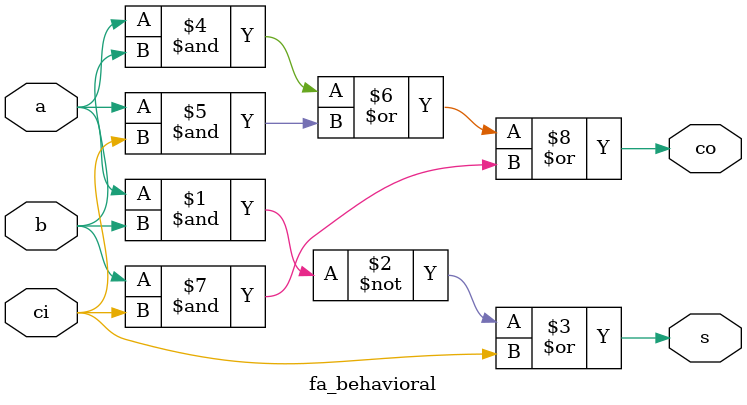
<source format=v>
module fa_behavioral(a,b,ci,s,co);
       input a,b;
       input ci;
       output  s;
       output co;



       assign s=(~(a&b)|ci);
       assign co=((a&b)|(a&ci)|(b&ci));



endmodule

</source>
